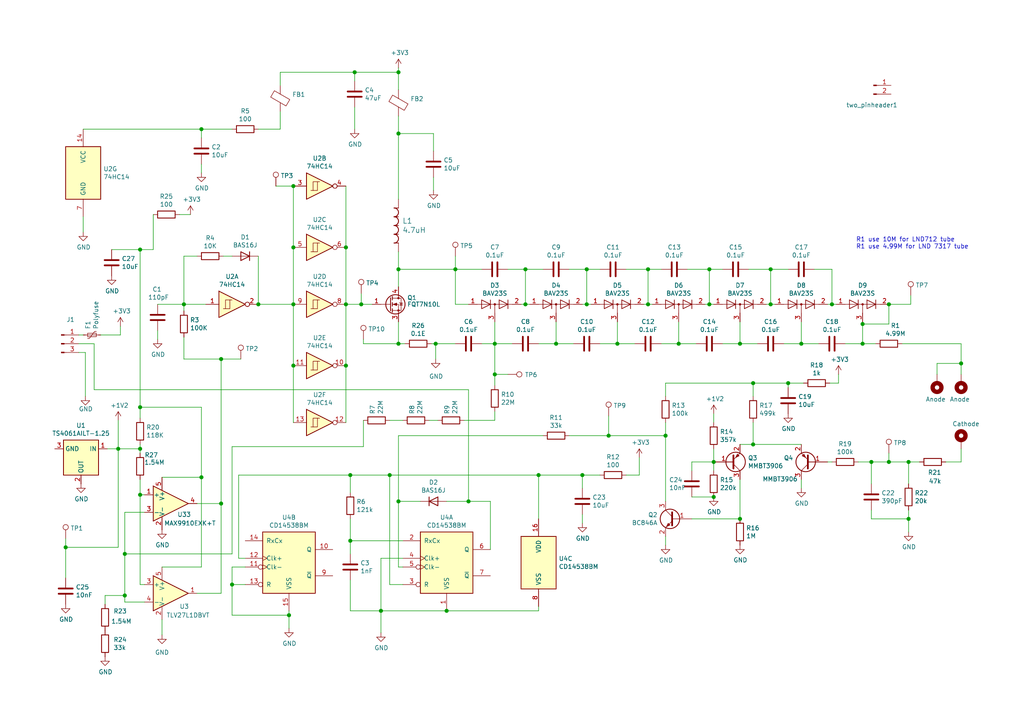
<source format=kicad_sch>
(kicad_sch (version 20210621) (generator eeschema)
  (paper "A4")
  (title_block (title "SafePulse High Voltage Geiger Muller Power Supply") (date "2021-05-19") (rev "1.2.2") (company "SafeCast Team") (comment 1 "Double Sided Version") (comment 2 "contact: Allan Lind allan@safecast.org and Rob Oudendijk rob@safecast.org"))
  (junction (at 19.05 158.75) (diameter 1.016))
  (junction (at 34.29 130.175) (diameter 1.016))
  (junction (at 36.195 160.655) (diameter 1.016))
  (junction (at 36.195 172.72) (diameter 1.016))
  (junction (at 40.64 72.39) (diameter 1.016))
  (junction (at 40.64 118.11) (diameter 1.016))
  (junction (at 40.64 130.175) (diameter 1.016))
  (junction (at 40.64 143.51) (diameter 1.016))
  (junction (at 53.34 88.265) (diameter 1.016))
  (junction (at 58.42 37.465) (diameter 1.016))
  (junction (at 58.42 138.43) (diameter 1.016))
  (junction (at 64.135 104.14) (diameter 1.016))
  (junction (at 64.135 146.05) (diameter 1.016))
  (junction (at 67.31 169.545) (diameter 1.016))
  (junction (at 74.93 88.265) (diameter 1.016))
  (junction (at 83.82 178.435) (diameter 1.016))
  (junction (at 85.09 53.975) (diameter 1.016))
  (junction (at 85.09 71.755) (diameter 1.016))
  (junction (at 85.09 88.265) (diameter 1.016))
  (junction (at 85.09 106.045) (diameter 1.016))
  (junction (at 100.33 71.755) (diameter 1.016))
  (junction (at 100.33 88.265) (diameter 1.016))
  (junction (at 100.33 106.045) (diameter 1.016))
  (junction (at 101.6 137.795) (diameter 1.016))
  (junction (at 101.6 156.845) (diameter 1.016))
  (junction (at 102.87 20.955) (diameter 1.016))
  (junction (at 104.775 88.265) (diameter 1.016))
  (junction (at 110.49 177.165) (diameter 1.016))
  (junction (at 113.03 137.795) (diameter 1.016))
  (junction (at 115.57 20.955) (diameter 1.016))
  (junction (at 115.57 38.735) (diameter 1.016))
  (junction (at 115.57 78.105) (diameter 1.016))
  (junction (at 115.57 99.695) (diameter 1.016))
  (junction (at 115.57 145.415) (diameter 1.016))
  (junction (at 126.365 99.695) (diameter 1.016))
  (junction (at 129.54 177.165) (diameter 1.016))
  (junction (at 132.08 78.105) (diameter 1.016))
  (junction (at 135.89 145.415) (diameter 1.016))
  (junction (at 143.51 99.695) (diameter 1.016))
  (junction (at 143.51 108.585) (diameter 1.016))
  (junction (at 152.4 78.105) (diameter 1.016))
  (junction (at 152.4 88.265) (diameter 1.016))
  (junction (at 156.21 137.795) (diameter 1.016))
  (junction (at 161.29 99.695) (diameter 1.016))
  (junction (at 168.91 137.795) (diameter 1.016))
  (junction (at 170.18 78.105) (diameter 1.016))
  (junction (at 170.18 88.265) (diameter 1.016))
  (junction (at 176.53 126.365) (diameter 1.016))
  (junction (at 179.07 99.695) (diameter 1.016))
  (junction (at 187.96 78.105) (diameter 1.016))
  (junction (at 187.96 88.265) (diameter 1.016))
  (junction (at 193.04 126.365) (diameter 1.016))
  (junction (at 196.85 99.695) (diameter 1.016))
  (junction (at 205.74 78.105) (diameter 1.016))
  (junction (at 205.74 88.265) (diameter 1.016))
  (junction (at 207.01 133.985) (diameter 1.016))
  (junction (at 207.01 144.145) (diameter 1.016))
  (junction (at 214.63 99.695) (diameter 1.016))
  (junction (at 214.63 150.495) (diameter 1.016))
  (junction (at 218.44 111.125) (diameter 1.016))
  (junction (at 218.44 128.905) (diameter 1.016))
  (junction (at 223.52 78.105) (diameter 1.016))
  (junction (at 223.52 88.265) (diameter 1.016))
  (junction (at 228.6 111.125) (diameter 1.016))
  (junction (at 232.41 99.695) (diameter 1.016))
  (junction (at 241.3 88.265) (diameter 1.016))
  (junction (at 250.19 93.98) (diameter 1.016))
  (junction (at 250.19 99.695) (diameter 1.016))
  (junction (at 252.73 133.985) (diameter 1.016))
  (junction (at 257.81 88.265) (diameter 1.016))
  (junction (at 257.81 133.985) (diameter 1.016))
  (junction (at 263.525 133.985) (diameter 1.016))
  (junction (at 263.525 150.495) (diameter 1.016))
  (junction (at 278.765 105.41) (diameter 1.016))
  (wire (pts (xy 19.05 156.21) (xy 19.05 158.75)))
  (wire (pts (xy 19.05 158.75) (xy 19.05 167.64)))
  (wire (pts (xy 19.05 158.75) (xy 34.29 158.75)))
  (wire (pts (xy 22.86 97.155) (xy 24.13 97.155)))
  (wire (pts (xy 22.86 99.695) (xy 27.305 99.695)))
  (wire (pts (xy 22.86 102.235) (xy 24.765 102.235)))
  (wire (pts (xy 24.13 37.465) (xy 58.42 37.465)))
  (wire (pts (xy 24.13 62.865) (xy 24.13 67.31)))
  (wire (pts (xy 24.765 102.235) (xy 24.765 114.935)))
  (wire (pts (xy 27.305 99.695) (xy 27.305 113.03)))
  (wire (pts (xy 27.305 113.03) (xy 135.89 113.03)))
  (wire (pts (xy 29.21 97.155) (xy 34.925 97.155)))
  (wire (pts (xy 30.48 172.72) (xy 30.48 175.26)))
  (wire (pts (xy 31.115 130.175) (xy 34.29 130.175)))
  (wire (pts (xy 32.385 72.39) (xy 40.64 72.39)))
  (wire (pts (xy 34.29 121.92) (xy 34.29 130.175)))
  (wire (pts (xy 34.29 130.175) (xy 40.64 130.175)))
  (wire (pts (xy 34.29 158.75) (xy 34.29 130.175)))
  (wire (pts (xy 34.925 97.155) (xy 34.925 94.615)))
  (wire (pts (xy 36.195 148.59) (xy 41.91 148.59)))
  (wire (pts (xy 36.195 160.655) (xy 36.195 148.59)))
  (wire (pts (xy 36.195 160.655) (xy 36.195 172.72)))
  (wire (pts (xy 36.195 172.72) (xy 30.48 172.72)))
  (wire (pts (xy 36.195 174.625) (xy 36.195 172.72)))
  (wire (pts (xy 40.64 72.39) (xy 40.64 118.11)))
  (wire (pts (xy 40.64 72.39) (xy 44.45 72.39)))
  (wire (pts (xy 40.64 118.11) (xy 40.64 121.285)))
  (wire (pts (xy 40.64 128.905) (xy 40.64 130.175)))
  (wire (pts (xy 40.64 130.175) (xy 40.64 131.445)))
  (wire (pts (xy 40.64 139.065) (xy 40.64 143.51)))
  (wire (pts (xy 40.64 143.51) (xy 40.64 169.545)))
  (wire (pts (xy 40.64 169.545) (xy 41.91 169.545)))
  (wire (pts (xy 41.91 143.51) (xy 40.64 143.51)))
  (wire (pts (xy 41.91 174.625) (xy 36.195 174.625)))
  (wire (pts (xy 44.45 72.39) (xy 44.45 62.23)))
  (wire (pts (xy 45.72 88.265) (xy 53.34 88.265)))
  (wire (pts (xy 45.72 95.885) (xy 45.72 98.425)))
  (wire (pts (xy 46.99 138.43) (xy 58.42 138.43)))
  (wire (pts (xy 46.99 164.465) (xy 58.42 164.465)))
  (wire (pts (xy 46.99 179.705) (xy 46.99 184.15)))
  (wire (pts (xy 52.07 62.23) (xy 55.245 62.23)))
  (wire (pts (xy 53.34 74.295) (xy 53.34 88.265)))
  (wire (pts (xy 53.34 74.295) (xy 57.15 74.295)))
  (wire (pts (xy 53.34 88.265) (xy 53.34 90.17)))
  (wire (pts (xy 53.34 88.265) (xy 59.69 88.265)))
  (wire (pts (xy 53.34 97.79) (xy 53.34 104.14)))
  (wire (pts (xy 53.34 104.14) (xy 64.135 104.14)))
  (wire (pts (xy 57.15 146.05) (xy 64.135 146.05)))
  (wire (pts (xy 58.42 40.005) (xy 58.42 37.465)))
  (wire (pts (xy 58.42 50.165) (xy 58.42 47.625)))
  (wire (pts (xy 58.42 118.11) (xy 40.64 118.11)))
  (wire (pts (xy 58.42 118.11) (xy 58.42 138.43)))
  (wire (pts (xy 58.42 164.465) (xy 58.42 138.43)))
  (wire (pts (xy 64.135 104.14) (xy 64.135 146.05)))
  (wire (pts (xy 64.135 104.14) (xy 69.85 104.14)))
  (wire (pts (xy 64.135 146.05) (xy 64.135 172.085)))
  (wire (pts (xy 64.135 172.085) (xy 57.15 172.085)))
  (wire (pts (xy 64.77 74.295) (xy 67.31 74.295)))
  (wire (pts (xy 67.31 37.465) (xy 58.42 37.465)))
  (wire (pts (xy 67.31 129.54) (xy 105.41 129.54)))
  (wire (pts (xy 67.31 160.655) (xy 36.195 160.655)))
  (wire (pts (xy 67.31 160.655) (xy 67.31 129.54)))
  (wire (pts (xy 67.31 164.465) (xy 67.31 169.545)))
  (wire (pts (xy 67.31 169.545) (xy 67.31 178.435)))
  (wire (pts (xy 67.31 178.435) (xy 83.82 178.435)))
  (wire (pts (xy 69.215 137.795) (xy 101.6 137.795)))
  (wire (pts (xy 69.215 161.925) (xy 69.215 137.795)))
  (wire (pts (xy 71.12 161.925) (xy 69.215 161.925)))
  (wire (pts (xy 71.12 164.465) (xy 67.31 164.465)))
  (wire (pts (xy 71.12 169.545) (xy 67.31 169.545)))
  (wire (pts (xy 74.93 37.465) (xy 81.28 37.465)))
  (wire (pts (xy 74.93 74.295) (xy 74.93 88.265)))
  (wire (pts (xy 74.93 88.265) (xy 85.09 88.265)))
  (wire (pts (xy 80.01 53.975) (xy 85.09 53.975)))
  (wire (pts (xy 81.28 20.955) (xy 102.87 20.955)))
  (wire (pts (xy 81.28 24.765) (xy 81.28 20.955)))
  (wire (pts (xy 81.28 37.465) (xy 81.28 32.385)))
  (wire (pts (xy 83.82 178.435) (xy 83.82 177.165)))
  (wire (pts (xy 83.82 182.245) (xy 83.82 178.435)))
  (wire (pts (xy 85.09 53.975) (xy 85.09 71.755)))
  (wire (pts (xy 85.09 71.755) (xy 85.09 88.265)))
  (wire (pts (xy 85.09 106.045) (xy 85.09 88.265)))
  (wire (pts (xy 85.09 106.045) (xy 85.09 122.555)))
  (wire (pts (xy 100.33 53.975) (xy 100.33 71.755)))
  (wire (pts (xy 100.33 71.755) (xy 100.33 88.265)))
  (wire (pts (xy 100.33 88.265) (xy 100.33 106.045)))
  (wire (pts (xy 100.33 88.265) (xy 104.775 88.265)))
  (wire (pts (xy 100.33 106.045) (xy 100.33 122.555)))
  (wire (pts (xy 101.6 142.875) (xy 101.6 137.795)))
  (wire (pts (xy 101.6 150.495) (xy 101.6 156.845)))
  (wire (pts (xy 101.6 156.845) (xy 101.6 160.655)))
  (wire (pts (xy 101.6 168.275) (xy 101.6 177.165)))
  (wire (pts (xy 101.6 177.165) (xy 110.49 177.165)))
  (wire (pts (xy 102.87 20.955) (xy 115.57 20.955)))
  (wire (pts (xy 102.87 23.495) (xy 102.87 20.955)))
  (wire (pts (xy 102.87 31.115) (xy 102.87 37.465)))
  (wire (pts (xy 104.775 85.09) (xy 104.775 88.265)))
  (wire (pts (xy 104.775 88.265) (xy 107.95 88.265)))
  (wire (pts (xy 105.41 98.425) (xy 105.41 99.695)))
  (wire (pts (xy 105.41 99.695) (xy 115.57 99.695)))
  (wire (pts (xy 105.41 121.92) (xy 105.41 129.54)))
  (wire (pts (xy 110.49 161.925) (xy 110.49 177.165)))
  (wire (pts (xy 110.49 177.165) (xy 110.49 183.515)))
  (wire (pts (xy 110.49 177.165) (xy 129.54 177.165)))
  (wire (pts (xy 113.03 121.92) (xy 116.84 121.92)))
  (wire (pts (xy 113.03 137.795) (xy 101.6 137.795)))
  (wire (pts (xy 113.03 137.795) (xy 156.21 137.795)))
  (wire (pts (xy 113.03 169.545) (xy 113.03 137.795)))
  (wire (pts (xy 115.57 20.955) (xy 115.57 19.685)))
  (wire (pts (xy 115.57 26.035) (xy 115.57 20.955)))
  (wire (pts (xy 115.57 33.655) (xy 115.57 38.735)))
  (wire (pts (xy 115.57 38.735) (xy 115.57 57.785)))
  (wire (pts (xy 115.57 73.025) (xy 115.57 78.105)))
  (wire (pts (xy 115.57 78.105) (xy 132.08 78.105)))
  (wire (pts (xy 115.57 83.185) (xy 115.57 78.105)))
  (wire (pts (xy 115.57 93.345) (xy 115.57 99.695)))
  (wire (pts (xy 115.57 126.365) (xy 157.48 126.365)))
  (wire (pts (xy 115.57 145.415) (xy 115.57 126.365)))
  (wire (pts (xy 115.57 145.415) (xy 121.92 145.415)))
  (wire (pts (xy 115.57 164.465) (xy 115.57 145.415)))
  (wire (pts (xy 116.84 156.845) (xy 101.6 156.845)))
  (wire (pts (xy 116.84 161.925) (xy 110.49 161.925)))
  (wire (pts (xy 116.84 164.465) (xy 115.57 164.465)))
  (wire (pts (xy 116.84 169.545) (xy 113.03 169.545)))
  (wire (pts (xy 117.475 99.695) (xy 115.57 99.695)))
  (wire (pts (xy 124.46 121.92) (xy 127 121.92)))
  (wire (pts (xy 125.095 99.695) (xy 126.365 99.695)))
  (wire (pts (xy 125.73 38.735) (xy 115.57 38.735)))
  (wire (pts (xy 125.73 43.815) (xy 125.73 38.735)))
  (wire (pts (xy 125.73 55.245) (xy 125.73 51.435)))
  (wire (pts (xy 126.365 99.695) (xy 132.08 99.695)))
  (wire (pts (xy 126.365 104.14) (xy 126.365 99.695)))
  (wire (pts (xy 129.54 145.415) (xy 135.89 145.415)))
  (wire (pts (xy 129.54 177.165) (xy 156.21 177.165)))
  (wire (pts (xy 132.08 74.295) (xy 132.08 78.105)))
  (wire (pts (xy 132.08 78.105) (xy 132.08 88.265)))
  (wire (pts (xy 135.89 88.265) (xy 132.08 88.265)))
  (wire (pts (xy 135.89 113.03) (xy 135.89 145.415)))
  (wire (pts (xy 135.89 145.415) (xy 142.24 145.415)))
  (wire (pts (xy 139.7 78.105) (xy 132.08 78.105)))
  (wire (pts (xy 139.7 99.695) (xy 143.51 99.695)))
  (wire (pts (xy 142.24 145.415) (xy 142.24 159.385)))
  (wire (pts (xy 143.51 93.345) (xy 143.51 99.695)))
  (wire (pts (xy 143.51 99.695) (xy 143.51 108.585)))
  (wire (pts (xy 143.51 99.695) (xy 148.59 99.695)))
  (wire (pts (xy 143.51 108.585) (xy 143.51 111.76)))
  (wire (pts (xy 143.51 108.585) (xy 147.32 108.585)))
  (wire (pts (xy 143.51 119.38) (xy 143.51 121.92)))
  (wire (pts (xy 143.51 121.92) (xy 134.62 121.92)))
  (wire (pts (xy 151.13 88.265) (xy 152.4 88.265)))
  (wire (pts (xy 152.4 78.105) (xy 147.32 78.105)))
  (wire (pts (xy 152.4 88.265) (xy 152.4 78.105)))
  (wire (pts (xy 152.4 88.265) (xy 153.67 88.265)))
  (wire (pts (xy 156.21 99.695) (xy 161.29 99.695)))
  (wire (pts (xy 156.21 137.795) (xy 168.91 137.795)))
  (wire (pts (xy 156.21 150.495) (xy 156.21 137.795)))
  (wire (pts (xy 156.21 177.165) (xy 156.21 175.895)))
  (wire (pts (xy 157.48 78.105) (xy 152.4 78.105)))
  (wire (pts (xy 161.29 93.345) (xy 161.29 99.695)))
  (wire (pts (xy 161.29 99.695) (xy 166.37 99.695)))
  (wire (pts (xy 165.1 78.105) (xy 170.18 78.105)))
  (wire (pts (xy 165.1 126.365) (xy 176.53 126.365)))
  (wire (pts (xy 168.91 88.265) (xy 170.18 88.265)))
  (wire (pts (xy 168.91 137.795) (xy 173.99 137.795)))
  (wire (pts (xy 168.91 141.605) (xy 168.91 137.795)))
  (wire (pts (xy 168.91 149.225) (xy 168.91 151.765)))
  (wire (pts (xy 170.18 78.105) (xy 173.99 78.105)))
  (wire (pts (xy 170.18 88.265) (xy 170.18 78.105)))
  (wire (pts (xy 170.18 88.265) (xy 171.45 88.265)))
  (wire (pts (xy 173.99 99.695) (xy 179.07 99.695)))
  (wire (pts (xy 176.53 120.65) (xy 176.53 126.365)))
  (wire (pts (xy 176.53 126.365) (xy 193.04 126.365)))
  (wire (pts (xy 179.07 93.345) (xy 179.07 99.695)))
  (wire (pts (xy 179.07 99.695) (xy 184.15 99.695)))
  (wire (pts (xy 181.61 78.105) (xy 187.96 78.105)))
  (wire (pts (xy 181.61 137.795) (xy 185.42 137.795)))
  (wire (pts (xy 185.42 137.795) (xy 185.42 132.715)))
  (wire (pts (xy 186.69 88.265) (xy 187.96 88.265)))
  (wire (pts (xy 187.96 78.105) (xy 191.77 78.105)))
  (wire (pts (xy 187.96 88.265) (xy 187.96 78.105)))
  (wire (pts (xy 187.96 88.265) (xy 189.23 88.265)))
  (wire (pts (xy 191.77 99.695) (xy 196.85 99.695)))
  (wire (pts (xy 193.04 111.125) (xy 193.04 114.935)))
  (wire (pts (xy 193.04 111.125) (xy 218.44 111.125)))
  (wire (pts (xy 193.04 122.555) (xy 193.04 126.365)))
  (wire (pts (xy 193.04 126.365) (xy 193.04 145.415)))
  (wire (pts (xy 193.04 158.115) (xy 193.04 155.575)))
  (wire (pts (xy 196.85 93.345) (xy 196.85 99.695)))
  (wire (pts (xy 196.85 99.695) (xy 201.93 99.695)))
  (wire (pts (xy 199.39 78.105) (xy 205.74 78.105)))
  (wire (pts (xy 200.66 133.985) (xy 207.01 133.985)))
  (wire (pts (xy 200.66 136.525) (xy 200.66 133.985)))
  (wire (pts (xy 200.66 144.145) (xy 207.01 144.145)))
  (wire (pts (xy 200.66 150.495) (xy 214.63 150.495)))
  (wire (pts (xy 204.47 88.265) (xy 205.74 88.265)))
  (wire (pts (xy 205.74 78.105) (xy 209.55 78.105)))
  (wire (pts (xy 205.74 88.265) (xy 205.74 78.105)))
  (wire (pts (xy 205.74 88.265) (xy 207.01 88.265)))
  (wire (pts (xy 207.01 120.015) (xy 207.01 122.555)))
  (wire (pts (xy 207.01 130.175) (xy 207.01 133.985)))
  (wire (pts (xy 207.01 133.985) (xy 207.01 136.525)))
  (wire (pts (xy 209.55 99.695) (xy 214.63 99.695)))
  (wire (pts (xy 214.63 93.345) (xy 214.63 99.695)))
  (wire (pts (xy 214.63 99.695) (xy 219.71 99.695)))
  (wire (pts (xy 214.63 128.905) (xy 218.44 128.905)))
  (wire (pts (xy 214.63 139.065) (xy 214.63 150.495)))
  (wire (pts (xy 217.17 78.105) (xy 223.52 78.105)))
  (wire (pts (xy 218.44 111.125) (xy 218.44 114.935)))
  (wire (pts (xy 218.44 111.125) (xy 228.6 111.125)))
  (wire (pts (xy 218.44 122.555) (xy 218.44 128.905)))
  (wire (pts (xy 218.44 128.905) (xy 232.41 128.905)))
  (wire (pts (xy 222.25 88.265) (xy 223.52 88.265)))
  (wire (pts (xy 223.52 78.105) (xy 228.6 78.105)))
  (wire (pts (xy 223.52 88.265) (xy 223.52 78.105)))
  (wire (pts (xy 223.52 88.265) (xy 224.79 88.265)))
  (wire (pts (xy 227.33 99.695) (xy 232.41 99.695)))
  (wire (pts (xy 228.6 111.125) (xy 228.6 112.395)))
  (wire (pts (xy 228.6 111.125) (xy 233.045 111.125)))
  (wire (pts (xy 232.41 93.345) (xy 232.41 99.695)))
  (wire (pts (xy 232.41 99.695) (xy 237.49 99.695)))
  (wire (pts (xy 232.41 141.605) (xy 232.41 139.065)))
  (wire (pts (xy 236.22 78.105) (xy 241.3 78.105)))
  (wire (pts (xy 240.03 88.265) (xy 241.3 88.265)))
  (wire (pts (xy 240.03 133.985) (xy 241.3 133.985)))
  (wire (pts (xy 240.665 111.125) (xy 243.205 111.125)))
  (wire (pts (xy 241.3 78.105) (xy 241.3 88.265)))
  (wire (pts (xy 241.3 88.265) (xy 242.57 88.265)))
  (wire (pts (xy 243.205 111.125) (xy 243.205 108.585)))
  (wire (pts (xy 245.11 99.695) (xy 250.19 99.695)))
  (wire (pts (xy 248.92 133.985) (xy 252.73 133.985)))
  (wire (pts (xy 250.19 93.345) (xy 250.19 93.98)))
  (wire (pts (xy 250.19 93.98) (xy 250.19 99.695)))
  (wire (pts (xy 250.19 93.98) (xy 257.81 93.98)))
  (wire (pts (xy 250.19 99.695) (xy 254 99.695)))
  (wire (pts (xy 252.73 133.985) (xy 252.73 140.335)))
  (wire (pts (xy 252.73 133.985) (xy 257.81 133.985)))
  (wire (pts (xy 252.73 147.955) (xy 252.73 150.495)))
  (wire (pts (xy 252.73 150.495) (xy 263.525 150.495)))
  (wire (pts (xy 257.81 88.265) (xy 264.16 88.265)))
  (wire (pts (xy 257.81 93.98) (xy 257.81 88.265)))
  (wire (pts (xy 257.81 131.445) (xy 257.81 133.985)))
  (wire (pts (xy 257.81 133.985) (xy 263.525 133.985)))
  (wire (pts (xy 261.62 99.695) (xy 278.765 99.695)))
  (wire (pts (xy 263.525 133.985) (xy 263.525 140.335)))
  (wire (pts (xy 263.525 133.985) (xy 266.7 133.985)))
  (wire (pts (xy 263.525 147.955) (xy 263.525 150.495)))
  (wire (pts (xy 263.525 150.495) (xy 263.525 154.305)))
  (wire (pts (xy 264.16 88.265) (xy 264.16 85.725)))
  (wire (pts (xy 271.78 105.41) (xy 278.765 105.41)))
  (wire (pts (xy 271.78 108.585) (xy 271.78 105.41)))
  (wire (pts (xy 274.32 133.985) (xy 278.765 133.985)))
  (wire (pts (xy 278.765 99.695) (xy 278.765 105.41)))
  (wire (pts (xy 278.765 105.41) (xy 278.765 108.585)))
  (wire (pts (xy 278.765 133.985) (xy 278.765 130.175)))
  (text "R1 use 10M for LND712 tube\nR1 use 4.99M for LND 7317 tube" (at 248.285 72.39 0) (effects (font (size 1.27 1.27)) (justify left bottom)))
  (symbol (lib_id "power:+1V2") (at 34.29 121.92 0) (unit 1)
    (property "Reference" "#PWR0103" (effects hide))
    (property "Value" "+1V2" (at 34.6583 117.5956 0))
  )
  (symbol (lib_id "power:+3.3V") (at 34.925 94.615 0) (unit 1)
    (property "Reference" "#PWR04" (effects hide))
    (property "Value" "+3.3V" (at 35.306 90.2208 0))
  )
  (symbol (lib_id "power:+3.3V") (at 55.245 62.23 0) (unit 1)
    (property "Reference" "#PWR0102" (effects hide))
    (property "Value" "+3.3V" (at 55.626 57.8358 0))
  )
  (symbol (lib_id "power:+3.3V") (at 115.57 19.685 0) (unit 1)
    (property "Reference" "#PWR013" (effects hide))
    (property "Value" "+3.3V" (at 115.951 15.2908 0))
  )
  (symbol (lib_id "power:+3.3V") (at 185.42 132.715 0) (unit 1)
    (property "Reference" "#PWR017" (effects hide))
    (property "Value" "+3.3V" (at 185.801 128.3208 0))
  )
  (symbol (lib_id "power:+1V2") (at 207.01 120.015 0) (unit 1)
    (property "Reference" "#PWR0104" (effects hide))
    (property "Value" "+1V2" (at 207.3783 115.6906 0))
  )
  (symbol (lib_id "power:+3V3") (at 243.205 108.585 0) (unit 1)
    (property "Reference" "#PWR024" (effects hide))
    (property "Value" "+3V3" (at 243.5733 104.2606 0))
  )
  (symbol (lib_id "Connector:TestPoint") (at 19.05 156.21 0) (unit 1) (in_bom no)
    (property "Reference" "TP1" (at 20.447 153.219 0) (effects (justify left)))
    (property "Value" "TestPoint" (effects hide))
    (property "Footprint" "TestPoint:TestPoint_Pad_1.0x1.0mm" (effects hide))
  )
  (symbol (lib_id "Connector:TestPoint") (at 69.85 104.14 0) (unit 1) (in_bom no)
    (property "Reference" "TP2" (at 71.247 101.149 0) (effects (justify left)))
    (property "Value" "TestPoint" (effects hide))
    (property "Footprint" "TestPoint:TestPoint_Pad_1.0x1.0mm" (effects hide))
  )
  (symbol (lib_id "Connector:TestPoint") (at 80.01 53.975 0) (unit 1) (in_bom no)
    (property "Reference" "TP3" (at 81.407 50.984 0) (effects (justify left)))
    (property "Value" "TestPoint" (effects hide))
    (property "Footprint" "TestPoint:TestPoint_Pad_1.0x1.0mm" (effects hide))
  )
  (symbol (lib_id "Connector:TestPoint") (at 104.775 85.09 0) (unit 1) (in_bom no)
    (property "Reference" "TP4" (at 106.172 82.099 0) (effects (justify left)))
    (property "Value" "TestPoint" (effects hide))
    (property "Footprint" "TestPoint:TestPoint_Pad_1.0x1.0mm" (effects hide))
  )
  (symbol (lib_id "Connector:TestPoint") (at 105.41 98.425 0) (unit 1) (in_bom no)
    (property "Reference" "TP10" (at 106.807 95.434 0) (effects (justify left)))
    (property "Value" "TestPoint" (effects hide))
    (property "Footprint" "TestPoint:TestPoint_Pad_1.0x1.0mm" (effects hide))
  )
  (symbol (lib_id "Connector:TestPoint") (at 132.08 74.295 0) (unit 1) (in_bom no)
    (property "Reference" "TP5" (at 133.477 71.304 0) (effects (justify left)))
    (property "Value" "TestPoint" (effects hide))
    (property "Footprint" "TestPoint:TestPoint_Pad_1.0x1.0mm" (effects hide))
  )
  (symbol (lib_id "Connector:TestPoint") (at 147.32 108.585 270) (unit 1) (in_bom no)
    (property "Reference" "TP6" (at 152.216 108.712 90) (effects (justify left)))
    (property "Value" "TestPoint" (effects hide))
    (property "Footprint" "TestPoint:TestPoint_Pad_1.0x1.0mm" (effects hide))
  )
  (symbol (lib_id "Connector:TestPoint") (at 176.53 120.65 0) (unit 1) (in_bom no)
    (property "Reference" "TP9" (at 177.927 117.659 0) (effects (justify left)))
    (property "Value" "TestPoint" (effects hide))
    (property "Footprint" "TestPoint:TestPoint_Pad_1.0x1.0mm" (effects hide))
  )
  (symbol (lib_id "Connector:TestPoint") (at 257.81 131.445 0) (unit 1) (in_bom no)
    (property "Reference" "TP8" (at 259.207 128.454 0) (effects (justify left)))
    (property "Value" "TestPoint" (effects hide))
    (property "Footprint" "TestPoint:TestPoint_Pad_1.0x1.0mm" (effects hide))
  )
  (symbol (lib_id "Connector:TestPoint") (at 264.16 85.725 0) (unit 1) (in_bom no)
    (property "Reference" "TP7" (at 265.557 82.734 0) (effects (justify left)))
    (property "Value" "TestPoint" (effects hide))
    (property "Footprint" "TestPoint:TestPoint_Pad_1.0x1.0mm" (effects hide))
  )
  (symbol (lib_id "power:GND") (at 19.05 175.26 0) (unit 1)
    (property "Reference" "#PWR0105" (effects hide))
    (property "Value" "GND" (at 19.177 179.6542 0))
  )
  (symbol (lib_id "power:GND") (at 23.495 140.335 0) (unit 1)
    (property "Reference" "#PWR01" (effects hide))
    (property "Value" "GND" (at 23.622 144.7292 0))
  )
  (symbol (lib_id "power:GND") (at 24.13 67.31 0) (unit 1)
    (property "Reference" "#PWR03" (effects hide))
    (property "Value" "GND" (at 24.257 71.7042 0))
  )
  (symbol (lib_id "power:GND") (at 24.765 114.935 0) (unit 1)
    (property "Reference" "#PWR05" (effects hide))
    (property "Value" "GND" (at 24.8793 118.6244 0))
  )
  (symbol (lib_id "power:GND") (at 30.48 190.5 0) (unit 1)
    (property "Reference" "#PWR02" (effects hide))
    (property "Value" "GND" (at 30.607 194.8942 0))
  )
  (symbol (lib_id "power:GND") (at 32.385 80.01 0) (unit 1)
    (property "Reference" "#PWR0101" (effects hide))
    (property "Value" "GND" (at 32.512 84.4042 0))
  )
  (symbol (lib_id "power:GND") (at 45.72 98.425 0) (unit 1)
    (property "Reference" "#PWR06" (effects hide))
    (property "Value" "GND" (at 45.847 102.8192 0))
  )
  (symbol (lib_id "power:GND") (at 46.99 153.67 0) (unit 1)
    (property "Reference" "#PWR0106" (effects hide))
    (property "Value" "GND" (at 47.117 158.0642 0))
  )
  (symbol (lib_id "power:GND") (at 46.99 184.15 0) (unit 1)
    (property "Reference" "#PWR0107" (effects hide))
    (property "Value" "GND" (at 46.99 189.23 0))
  )
  (symbol (lib_id "power:GND") (at 58.42 50.165 0) (unit 1)
    (property "Reference" "#PWR09" (effects hide))
    (property "Value" "GND" (at 58.547 54.5592 0))
  )
  (symbol (lib_id "power:GND") (at 83.82 182.245 0) (unit 1)
    (property "Reference" "#PWR010" (effects hide))
    (property "Value" "GND" (at 83.947 186.6392 0))
  )
  (symbol (lib_id "power:GND") (at 102.87 37.465 0) (unit 1)
    (property "Reference" "#PWR011" (effects hide))
    (property "Value" "GND" (at 102.997 41.8592 0))
  )
  (symbol (lib_id "power:GND") (at 110.49 183.515 0) (unit 1)
    (property "Reference" "#PWR012" (effects hide))
    (property "Value" "GND" (at 110.617 187.9092 0))
  )
  (symbol (lib_id "power:GND") (at 125.73 55.245 0) (unit 1)
    (property "Reference" "#PWR015" (effects hide))
    (property "Value" "GND" (at 125.857 59.6392 0))
  )
  (symbol (lib_id "power:GND") (at 126.365 104.14 0) (unit 1)
    (property "Reference" "#PWR014" (effects hide))
    (property "Value" "GND" (at 126.492 109.1692 0))
  )
  (symbol (lib_id "power:GND") (at 168.91 151.765 0) (unit 1)
    (property "Reference" "#PWR016" (effects hide))
    (property "Value" "GND" (at 169.037 156.1592 0))
  )
  (symbol (lib_id "power:GND") (at 193.04 158.115 0) (unit 1)
    (property "Reference" "#PWR018" (effects hide))
    (property "Value" "GND" (at 193.167 162.5092 0))
  )
  (symbol (lib_id "power:GND") (at 207.01 144.145 0) (unit 1)
    (property "Reference" "#PWR020" (effects hide))
    (property "Value" "GND" (at 207.1243 148.4694 0))
  )
  (symbol (lib_id "power:GND") (at 214.63 158.115 0) (unit 1)
    (property "Reference" "#PWR021" (effects hide))
    (property "Value" "GND" (at 214.7443 162.4394 0))
  )
  (symbol (lib_id "power:GND") (at 228.6 120.015 0) (unit 1)
    (property "Reference" "#PWR022" (effects hide))
    (property "Value" "GND" (at 228.7143 124.3394 0))
  )
  (symbol (lib_id "power:GND") (at 232.41 141.605 0) (unit 1)
    (property "Reference" "#PWR023" (effects hide))
    (property "Value" "GND" (at 232.537 145.9992 0))
  )
  (symbol (lib_id "power:GND") (at 263.525 154.305 0) (unit 1)
    (property "Reference" "#PWR025" (effects hide))
    (property "Value" "GND" (at 263.6393 158.6294 0))
  )
  (symbol (lib_id "Device:Polyfuse_Small") (at 26.67 97.155 90) (unit 1)
    (property "Reference" "F1" (at 25.521 95.504 0) (effects (justify left)))
    (property "Value" "Polyfuse" (at 27.8193 95.5039 0) (effects (justify left)))
    (property "Footprint" "Resistor_SMD:R_0805_2012Metric" (effects hide))
    (property "Datasheet" "https://www.digikey.com/en/products/detail/murata-electronics/PRG21BC0R6MM1RA/2595395?s=N4IgTCBcDaICwE4AMBaAHAVgIyqygcgCIgC6AvkA" (effects hide))
    (property "Digikey" "490-8510-1-ND" (effects hide))
    (property "LCSC Part #" "C20978" (effects hide))
  )
  (symbol (lib_id "Connector:Conn_01x02_Male") (at 253.365 24.765 0) (unit 1)
    (property "Reference" "two_pinheader1" (at 252.882 30.461 0))
    (property "Value" "Conn_01x03_Male" (effects hide))
    (property "Footprint" "Connector_PinHeader_2.54mm:PinHeader_1x02_P2.54mm_Vertical" (effects hide))
  )
  (symbol (lib_id "Device:R") (at 30.48 179.07 0) (unit 1)
    (property "Reference" "R23" (at 32.893 177.267 0) (effects (justify left)))
    (property "Value" "1.54M" (at 32.258 180.213 0) (effects (justify left)))
    (property "Footprint" "Resistor_SMD:R_0805_2012Metric" (effects hide))
    (property "Datasheet" "https://www.digikey.com/en/products/detail/yageo/RC0805FR-071M54L/727500" (effects hide))
    (property "Digikey" "311-1.54MCRCT-ND" (effects hide))
    (property "LCSC Part #" "C332788" (effects hide))
  )
  (symbol (lib_id "Device:R") (at 30.48 186.69 0) (unit 1)
    (property "Reference" "R24" (at 32.893 185.522 0) (effects (justify left)))
    (property "Value" "33k" (at 32.893 187.833 0) (effects (justify left)))
    (property "Footprint" "Resistor_SMD:R_0805_2012Metric" (effects hide))
    (property "Datasheet" "https://www.bourns.com/docs/product-datasheets/CRxxxxx.pdf" (effects hide))
    (property "Digikey" "CR0805-FX-2202ELFCT-ND" (effects hide))
    (property "LCSC Part #" "C352242" (effects hide))
  )
  (symbol (lib_id "Device:R") (at 40.64 125.095 0) (unit 1)
    (property "Reference" "R20" (at 42.418 123.927 0) (effects (justify left)))
    (property "Value" "118K" (at 42.418 126.238 0) (effects (justify left)))
    (property "Footprint" "Resistor_SMD:R_0805_2012Metric" (effects hide))
    (property "Datasheet" "https://www.digikey.com/en/products/detail/yageo/RC0805FR-07118KL/727566" (effects hide))
    (property "Digikey" "311-118KCRCT-ND" (effects hide))
    (property "LCSC Part #" "C228266" (effects hide))
  )
  (symbol (lib_id "Device:R") (at 40.64 135.255 180) (unit 1)
    (property "Reference" "R27" (at 45.847 131.978 0) (effects (justify left)))
    (property "Value" "1.54M" (at 47.752 134.112 0) (effects (justify left)))
    (property "Footprint" "Resistor_SMD:R_0805_2012Metric" (effects hide))
    (property "Datasheet" "https://www.digikey.com/en/products/detail/yageo/RC0805FR-071M54L/727500" (effects hide))
    (property "Digikey" "311-1.54MCRCT-ND" (effects hide))
    (property "LCSC Part #" "C332788" (effects hide))
  )
  (symbol (lib_id "Device:R") (at 48.26 62.23 270) (unit 1)
    (property "Reference" "R25" (at 48.26 56.972 90))
    (property "Value" "100" (at 48.26 59.2836 90))
    (property "Footprint" "Resistor_SMD:R_0805_2012Metric" (effects hide))
    (property "Datasheet" "https://www.digikey.com/en/products/detail/te-connectivity-passive-product/CRG0805F100R/2380830" (effects hide))
    (property "Digikey" "A106053CT-ND" (effects hide))
    (property "LCSC Part #" "C328380" (effects hide))
  )
  (symbol (lib_id "Device:R") (at 53.34 93.98 0) (unit 1)
    (property "Reference" "R3" (at 55.118 92.8116 0) (effects (justify left)))
    (property "Value" "100K" (at 55.118 95.123 0) (effects (justify left)))
    (property "Footprint" "Resistor_SMD:R_0805_2012Metric" (effects hide))
    (property "Datasheet" "https://www.digikey.com/en/products/detail/stackpole-electronics-inc/RMCF0805FT100K/1760712" (effects hide))
    (property "Digikey" "RMCF0805FT100KCT-ND" (effects hide))
    (property "LCSC Part #" "C96346" (effects hide))
  )
  (symbol (lib_id "Device:R") (at 60.96 74.295 90) (unit 1)
    (property "Reference" "R4" (at 60.96 69.0372 90))
    (property "Value" "10K" (at 60.96 71.349 90))
    (property "Footprint" "Resistor_SMD:R_0805_2012Metric" (effects hide))
    (property "Datasheet" "https://www.digikey.com/en/products/detail/stackpole-electronics-inc/RNCP0805FTD10K0/2240262" (effects hide))
    (property "Digikey" "RNCP0805FTD10K0CT-ND" (effects hide))
    (property "LCSC Part #" "C161788" (effects hide))
  )
  (symbol (lib_id "Device:R") (at 71.12 37.465 90) (unit 1)
    (property "Reference" "R5" (at 71.12 32.2072 90))
    (property "Value" "100" (at 71.12 34.519 90))
    (property "Footprint" "Resistor_SMD:R_0805_2012Metric" (effects hide))
    (property "Datasheet" "https://www.digikey.com/en/products/detail/te-connectivity-passive-product/CRG0805F100R/2380830" (effects hide))
    (property "LCSC Part #" "C328380" (effects hide))
  )
  (symbol (lib_id "Device:R") (at 101.6 146.685 0) (unit 1)
    (property "Reference" "R6" (at 103.378 145.5166 0) (effects (justify left)))
    (property "Value" "121k" (at 103.378 147.828 0) (effects (justify left)))
    (property "Footprint" "Resistor_SMD:R_0805_2012Metric" (effects hide))
    (property "Datasheet" "https://www.digikey.com/en/products/detail/koa-speer-electronics-inc/RK73H2ATTD1213F/10235721" (effects hide))
    (property "Digikey" "2019-RK73H2ATTD1213FCT-ND" (effects hide))
    (property "LCSC Part #" "C844393" (effects hide))
  )
  (symbol (lib_id "Device:R") (at 109.22 121.92 90) (unit 1)
    (property "Reference" "R7" (at 108.0516 120.142 0) (effects (justify left)))
    (property "Value" "22M" (at 110.363 120.142 0) (effects (justify left)))
    (property "Footprint" "Resistor_SMD:R_0805_2012Metric" (effects hide))
    (property "Datasheet" "https://www.digikey.com/en/products/detail/stackpole-electronics-inc/RMCF0805FT22M0/6053747" (effects hide))
    (property "Digikey" "RMCF0805FT22M0CT-ND" (effects hide))
    (property "LCSC Part #" "C34719" (effects hide))
  )
  (symbol (lib_id "Device:R") (at 120.65 121.92 90) (unit 1)
    (property "Reference" "R8" (at 119.4816 120.142 0) (effects (justify left)))
    (property "Value" "22M" (at 121.793 120.142 0) (effects (justify left)))
    (property "Footprint" "Resistor_SMD:R_0805_2012Metric" (effects hide))
    (property "Datasheet" "https://www.digikey.com/en/products/detail/stackpole-electronics-inc/RMCF0805FT22M0/6053747" (effects hide))
    (property "Digikey" "RMCF0805FT22M0CT-ND" (effects hide))
    (property "LCSC Part #" "C34719" (effects hide))
  )
  (symbol (lib_id "Device:R") (at 121.285 99.695 90) (unit 1)
    (property "Reference" "R26" (at 121.285 94.437 90))
    (property "Value" "0.1E" (at 121.285 96.749 90))
    (property "Footprint" "Resistor_SMD:R_0805_2012Metric" (effects hide))
    (property "Datasheet" "https://www.digikey.com/en/products/detail/susumu/KRL1220E-M-R100-F-T5/3737982" (effects hide))
    (property "Digikey" "408-1556-1-ND" (effects hide))
    (property "LCSC Part #" " C346794" (effects hide))
  )
  (symbol (lib_id "Device:R") (at 130.81 121.92 90) (unit 1)
    (property "Reference" "R9" (at 129.6416 120.142 0) (effects (justify left)))
    (property "Value" "22M" (at 131.953 120.142 0) (effects (justify left)))
    (property "Footprint" "Resistor_SMD:R_0805_2012Metric" (effects hide))
    (property "Datasheet" "https://www.digikey.com/en/products/detail/stackpole-electronics-inc/RMCF0805FT22M0/6053747" (effects hide))
    (property "Digikey" "RMCF0805FT22M0CT-ND" (effects hide))
    (property "LCSC Part #" "C34719" (effects hide))
  )
  (symbol (lib_id "Device:R") (at 143.51 115.57 0) (unit 1)
    (property "Reference" "R10" (at 145.288 114.4016 0) (effects (justify left)))
    (property "Value" "22M" (at 145.288 116.713 0) (effects (justify left)))
    (property "Footprint" "Resistor_SMD:R_0805_2012Metric" (effects hide))
    (property "Datasheet" "https://www.digikey.com/en/products/detail/stackpole-electronics-inc/RMCF0805FT22M0/6053747" (effects hide))
    (property "Digikey" "RMCF0805FT22M0CT-ND" (effects hide))
    (property "LCSC Part #" "C34719" (effects hide))
  )
  (symbol (lib_id "Device:R") (at 161.29 126.365 90) (unit 1)
    (property "Reference" "R11" (at 161.29 121.1072 90))
    (property "Value" "33k" (at 161.29 123.4186 90))
    (property "Footprint" "Resistor_SMD:R_0805_2012Metric" (effects hide))
    (property "Datasheet" "https://www.digikey.com/en/products/detail/te-connectivity-passive-product/CRGCQ0805F33K/8576369" (effects hide))
    (property "Digikey" "A129767CT-ND" (effects hide))
    (property "LCSC Part #" "C242487" (effects hide))
  )
  (symbol (lib_id "Device:R") (at 177.8 137.795 270) (unit 1)
    (property "Reference" "R12" (at 177.8 132.5372 90))
    (property "Value" "100" (at 177.8 134.8486 90))
    (property "Footprint" "Resistor_SMD:R_0805_2012Metric" (effects hide))
    (property "Datasheet" "https://www.digikey.com/en/products/detail/te-connectivity-passive-product/CRG0805F100R/2380830" (effects hide))
    (property "Digikey" "A106053CT-ND" (effects hide))
    (property "LCSC Part #" "C328380" (effects hide))
  )
  (symbol (lib_id "Device:R") (at 193.04 118.745 0) (unit 1)
    (property "Reference" "R13" (at 194.8181 117.5956 0) (effects (justify left)))
    (property "Value" "100k" (at 194.818 119.894 0) (effects (justify left)))
    (property "Footprint" "Resistor_SMD:R_0805_2012Metric" (effects hide))
    (property "Datasheet" "https://www.digikey.com/en/products/detail/stackpole-electronics-inc/RMCF0805FT100K/1760712" (effects hide))
    (property "Digikey" "RMCF0805FT100KCT-ND" (effects hide))
    (property "LCSC Part #" "C96346" (effects hide))
  )
  (symbol (lib_id "Device:R") (at 207.01 126.365 0) (unit 1)
    (property "Reference" "R14" (at 208.7881 125.2156 0) (effects (justify left)))
    (property "Value" "357k" (at 208.788 127.514 0) (effects (justify left)))
    (property "Footprint" "Resistor_SMD:R_0805_2012Metric" (effects hide))
    (property "Datasheet" "https://www.digikey.com/en/products/detail/koa-speer-electronics-inc/RK73H2ATTD3573F/10234401" (effects hide))
    (property "Digikey" "2019-RK73H2ATTD3573FCT-ND" (effects hide))
    (property "LCSC Part #" "C325883" (effects hide))
  )
  (symbol (lib_id "Device:R") (at 207.01 140.335 0) (unit 1)
    (property "Reference" "R15" (at 208.7881 139.1856 0) (effects (justify left)))
    (property "Value" "220k" (at 208.788 141.484 0) (effects (justify left)))
    (property "Footprint" "Resistor_SMD:R_0805_2012Metric" (effects hide))
    (property "Datasheet" "https://www.bourns.com/docs/product-datasheets/CRxxxxx.pdf" (effects hide))
    (property "Digikey" "CR0805-FX-2203ELFCT-ND" (effects hide))
    (property "LCSC Part #" "C104108" (effects hide))
  )
  (symbol (lib_id "Device:R") (at 214.63 154.305 0) (unit 1)
    (property "Reference" "R16" (at 216.4081 153.1556 0) (effects (justify left)))
    (property "Value" "1M" (at 216.408 155.454 0) (effects (justify left)))
    (property "Footprint" "Resistor_SMD:R_0805_2012Metric" (effects hide))
    (property "Datasheet" "https://www.digikey.com/en/products/detail/yageo/RT0805FRE071ML/1079056" (effects hide))
    (property "Digikey" "YAG3361CT-ND" (effects hide))
    (property "LCSC Part #" "C107700" (effects hide))
  )
  (symbol (lib_id "Device:R") (at 218.44 118.745 0) (unit 1)
    (property "Reference" "R17" (at 220.2181 117.5956 0) (effects (justify left)))
    (property "Value" "499k" (at 220.218 119.894 0) (effects (justify left)))
    (property "Footprint" "Resistor_SMD:R_0805_2012Metric" (effects hide))
    (property "Datasheet" "https://www.digikey.com/en/products/detail/stackpole-electronics-inc/RMCF0805FT499K/1760301" (effects hide))
    (property "Digikey" "RMCF0805FT499KCT-ND" (effects hide))
    (property "LCSC Part #" "C317482" (effects hide))
  )
  (symbol (lib_id "Device:R") (at 236.855 111.125 90) (unit 1)
    (property "Reference" "R18" (at 236.855 105.8988 90))
    (property "Value" "1k" (at 236.855 108.197 90))
    (property "Footprint" "Resistor_SMD:R_0805_2012Metric" (effects hide))
    (property "Datasheet" "https://www.digikey.com/en/products/detail/stackpole-electronics-inc/RNCP0805FTD1K00/2240229" (effects hide))
    (property "Digikey" "RNCP0805FTD1K00CT-ND" (effects hide))
    (property "LCSC Part #" "C95781" (effects hide))
  )
  (symbol (lib_id "Device:R") (at 245.11 133.985 90) (unit 1)
    (property "Reference" "R19" (at 245.11 128.7588 90))
    (property "Value" "100k" (at 245.11 131.058 90))
    (property "Footprint" "Resistor_SMD:R_0805_2012Metric" (effects hide))
    (property "Datasheet" "https://www.digikey.com/en/products/detail/stackpole-electronics-inc/RMCF0805FT100K/1760712" (effects hide))
    (property "Digikey" "RMCF0805FT100KCT-ND" (effects hide))
    (property "LCSC Part #" "C96346" (effects hide))
  )
  (symbol (lib_id "Device:R") (at 257.81 99.695 90) (unit 1)
    (property "Reference" "R1" (at 259.715 94.437 90))
    (property "Value" "4.99M" (at 259.715 96.749 90))
    (property "Footprint" "Resistor_SMD:R_1206_3216Metric" (effects hide))
    (property "Datasheet" "https://d1d2qsbl8m0m72.cloudfront.net/en/products/databook/datasheet/passive/resistor/chip_resistor/ktr-e.pdf" (effects hide))
    (property "Digikey" "RHM4.99MAICT-ND" (effects hide))
    (property "LCSC Part #" "C488845" (effects hide))
  )
  (symbol (lib_id "Device:R") (at 263.525 144.145 0) (unit 1)
    (property "Reference" "R22" (at 265.3031 142.9956 0) (effects (justify left)))
    (property "Value" "20k" (at 265.303 145.294 0) (effects (justify left)))
    (property "Footprint" "Resistor_SMD:R_0805_2012Metric" (effects hide))
    (property "Datasheet" "https://www.digikey.com/en/products/detail/stackpole-electronics-inc/RMCF0805FT20K0/1760314" (effects hide))
    (property "Digikey" "541-3021-1-ND" (effects hide))
    (property "LCSC Part #" "C163977" (effects hide))
  )
  (symbol (lib_id "Device:R") (at 270.51 133.985 270) (unit 1)
    (property "Reference" "R21" (at 269.1194 137.0331 90) (effects (justify left)))
    (property "Value" "47k" (at 269.361 139.573 90) (effects (justify left)))
    (property "Footprint" "Resistor_SMD:R_0805_2012Metric" (effects hide))
    (property "Datasheet" "https://www.digikey.com/en/products/detail/yageo/RC0805FR-0747KL/727973" (effects hide))
    (property "Digikey" " RHM47.0KAECT-ND" (effects hide))
    (property "LCSC Part #" "C328397" (effects hide))
  )
  (symbol (lib_id "Mechanical:MountingHole_Pad") (at 271.78 111.125 180) (unit 1)
    (property "Reference" "H4" (effects hide))
    (property "Value" "Anode" (at 274.32 115.818 0) (effects (justify left)))
    (property "Footprint" "TestPoint:TestPoint_Loop_D3.50mm_Drill1.4mm_Beaded" (effects hide))
  )
  (symbol (lib_id "Mechanical:MountingHole_Pad") (at 278.765 111.125 180) (unit 1)
    (property "Reference" "H2" (effects hide))
    (property "Value" "Anode" (at 281.305 115.818 0) (effects (justify left)))
    (property "Footprint" "TestPoint:TestPoint_Loop_D3.50mm_Drill1.4mm_Beaded" (effects hide))
  )
  (symbol (lib_id "Mechanical:MountingHole_Pad") (at 278.765 127.635 0) (unit 1)
    (property "Reference" "H1" (effects hide))
    (property "Value" "Cathode" (at 276.225 122.942 0) (effects (justify left)))
    (property "Footprint" "TestPoint:TestPoint_Loop_D2.60mm_Drill1.4mm_Beaded" (effects hide))
  )
  (symbol (lib_id "Diode:1N4148W") (at 71.12 74.295 180) (unit 1)
    (property "Reference" "D1" (at 71.12 68.7832 0))
    (property "Value" "BAS16J" (at 71.12 71.095 0))
    (property "Footprint" "Diode_SMD:D_SOD-323" (effects hide))
    (property "Datasheet" "https://www.digikey.com/en/products/detail/nexperia-usa-inc/BAS16J135/2405996" (effects hide))
    (property "Digikey" "1727-4797-1-ND" (effects hide))
    (property "LCSC Part #" "C282360" (effects hide))
  )
  (symbol (lib_id "Diode:1N4148W") (at 125.73 145.415 0) (unit 1)
    (property "Reference" "D2" (at 125.73 139.9032 0))
    (property "Value" "BAS16J" (at 125.73 142.215 0))
    (property "Footprint" "Diode_SMD:D_SOD-323" (effects hide))
    (property "Datasheet" "https://www.digikey.com/en/products/detail/nexperia-usa-inc/BAS16J135/2405996" (effects hide))
    (property "Digikey" "1727-4797-1-ND" (effects hide))
    (property "LCSC Part #" "C282360" (effects hide))
  )
  (symbol (lib_id "2021-01-06_02-33-04:NRS6020T2R2NMGJ") (at 115.57 73.025 90) (unit 1)
    (property "Reference" "L1" (at 116.6876 64.0588 90) (effects (font (size 1.524 1.524)) (justify right)))
    (property "Value" "4.7uH" (at 116.688 66.751 90) (effects (font (size 1.524 1.524)) (justify right)))
    (property "Footprint" "Inductor_SMD:L_Taiyo-Yuden_MD-4040" (effects hide))
    (property "Datasheet" "https://www.digikey.com/en/products/detail/taiyo-yuden/MDWK4040T4R7MM/5880041" (effects hide))
    (property "Digikey" "587-4451-1-ND" (effects hide))
    (property "LCSC Part #" "C2043159" (effects hide))
  )
  (symbol (lib_id "Connector:Conn_01x03_Male") (at 17.78 99.695 0) (unit 1)
    (property "Reference" "J1" (at 20.472 92.691 0))
    (property "Value" "Conn_01x03_Male" (effects hide))
    (property "Footprint" "Connector_PinHeader_2.54mm:PinHeader_1x03_P2.54mm_Vertical" (effects hide))
  )
  (symbol (lib_id "Device:C") (at 19.05 171.45 0) (unit 1)
    (property "Reference" "C25" (at 21.971 170.282 0) (effects (justify left)))
    (property "Value" "10nF" (at 21.971 172.593 0) (effects (justify left)))
    (property "Footprint" "Capacitor_SMD:C_0805_2012Metric" (effects hide))
    (property "Datasheet" "https://www.digikey.com/en/products/detail/samsung-electro-mechanics/CL21B103KBANNNC/3886673" (effects hide))
    (property "Digikey" "1276-1015-1-ND" (effects hide))
    (property "LCSC Part #" "C97905" (effects hide))
  )
  (symbol (lib_id "Device:C") (at 32.385 76.2 0) (unit 1)
    (property "Reference" "C27" (at 35.306 75.032 0) (effects (justify left)))
    (property "Value" "10uF" (at 35.306 77.343 0) (effects (justify left)))
    (property "Footprint" "Capacitor_SMD:C_0805_2012Metric" (effects hide))
    (property "Datasheet" "https://www.digikey.com/en/products/detail/samsung-electro-mechanics/CL21A106KOQNNNG/3894417" (effects hide))
    (property "Digikey" "1276-6455-1-ND" (effects hide))
    (property "LCSC Part #" "C1713" (effects hide))
  )
  (symbol (lib_id "Device:C") (at 45.72 92.075 0) (unit 1)
    (property "Reference" "C1" (at 44.196 83.9216 0) (effects (justify left)))
    (property "Value" "110pF" (at 42.926 86.233 0) (effects (justify left)))
    (property "Footprint" "Capacitor_SMD:C_0805_2012Metric" (effects hide))
    (property "Datasheet" "https://www.digikey.com/en/products/detail/w%C3%BCrth-elektronik/885012207111/9346002" (effects hide))
    (property "Digikey" "732-12190-1-ND" (effects hide))
    (property "LCSC Part #" "C520084" (effects hide))
  )
  (symbol (lib_id "Device:C") (at 58.42 43.815 0) (unit 1)
    (property "Reference" "C2" (at 61.341 42.6466 0) (effects (justify left)))
    (property "Value" "10uF" (at 61.341 44.958 0) (effects (justify left)))
    (property "Footprint" "Capacitor_SMD:C_0805_2012Metric" (effects hide))
    (property "Datasheet" "https://www.digikey.com/en/products/detail/samsung-electro-mechanics/CL21A106KOQNNNG/3894417" (effects hide))
    (property "Digikey" "1276-6455-1-ND" (effects hide))
    (property "LCSC Part #" "C1713" (effects hide))
  )
  (symbol (lib_id "Device:C") (at 101.6 164.465 0) (unit 1)
    (property "Reference" "C3" (at 104.521 163.2966 0) (effects (justify left)))
    (property "Value" "1nF" (at 104.521 165.608 0) (effects (justify left)))
    (property "Footprint" "Capacitor_SMD:C_0805_2012Metric" (effects hide))
    (property "Datasheet" "https://www.digikey.com/en/products/detail/avx-corporation/08055C102KAT2A/563481" (effects hide))
    (property "Digikey" "1276-2424-1-ND" (effects hide))
    (property "LCSC Part #" "C277515" (effects hide))
  )
  (symbol (lib_id "Device:C") (at 102.87 27.305 0) (unit 1)
    (property "Reference" "C4" (at 105.791 26.1366 0) (effects (justify left)))
    (property "Value" "47uF" (at 105.791 28.448 0) (effects (justify left)))
    (property "Footprint" "Capacitor_SMD:C_1210_3225Metric" (effects hide))
    (property "Datasheet" "https://www.digikey.com/en/products/detail/taiyo-yuden/EMK316BBJ476ML-T/7067010" (effects hide))
    (property "Digikey" "587-5425-1-ND" (effects hide))
    (property "LCSC Part #" "C525654" (effects hide))
  )
  (symbol (lib_id "Device:C") (at 125.73 47.625 0) (unit 1)
    (property "Reference" "C5" (at 128.651 46.4566 0) (effects (justify left)))
    (property "Value" "10uF" (at 128.651 48.768 0) (effects (justify left)))
    (property "Footprint" "Capacitor_SMD:C_0805_2012Metric" (effects hide))
    (property "Datasheet" "https://www.digikey.com/en/products/detail/samsung-electro-mechanics/CL21A106KOQNNNG/3894417" (effects hide))
    (property "Digikey" "1276-6455-1-ND" (effects hide))
    (property "LCSC Part #" "C1713" (effects hide))
  )
  (symbol (lib_id "Device:C") (at 135.89 99.695 90) (unit 1)
    (property "Reference" "C6" (at 135.89 93.294 90))
    (property "Value" "0.1uF" (at 135.89 95.6056 90))
    (property "Footprint" "Capacitor_SMD:C_0805_2012Metric" (effects hide))
    (property "Datasheet" "https://www.digikey.com/en/products/detail/tdk-corporation/C2012X7T2E104M125AE/2616394" (effects hide))
    (property "Digikey" "445-6808-1-ND" (effects hide))
    (property "LCSC Part #" "C710458" (effects hide))
  )
  (symbol (lib_id "Device:C") (at 143.51 78.105 90) (unit 1)
    (property "Reference" "C7" (at 143.51 71.7042 90))
    (property "Value" "0.1uF" (at 143.51 74.0156 90))
    (property "Footprint" "Capacitor_SMD:C_0805_2012Metric" (effects hide))
    (property "Datasheet" "https://www.digikey.com/en/products/detail/tdk-corporation/C2012X7T2E104M125AE/2616394" (effects hide))
    (property "Digikey" "445-6808-1-ND" (effects hide))
    (property "LCSC Part #" "C710458" (effects hide))
  )
  (symbol (lib_id "Device:C") (at 152.4 99.695 90) (unit 1)
    (property "Reference" "C8" (at 152.4 93.294 90))
    (property "Value" "0.1uF" (at 152.4 95.6056 90))
    (property "Footprint" "Capacitor_SMD:C_0805_2012Metric" (effects hide))
    (property "Datasheet" "https://www.digikey.com/en/products/detail/tdk-corporation/C2012X7T2E104M125AE/2616394" (effects hide))
    (property "Digikey" "445-6808-1-ND" (effects hide))
    (property "LCSC Part #" "C710458" (effects hide))
  )
  (symbol (lib_id "Device:C") (at 161.29 78.105 90) (unit 1)
    (property "Reference" "C9" (at 161.29 71.704 90))
    (property "Value" "0.1uF" (at 161.29 74.0156 90))
    (property "Footprint" "Capacitor_SMD:C_0805_2012Metric" (effects hide))
    (property "Datasheet" "https://www.digikey.com/en/products/detail/tdk-corporation/C2012X7T2E104M125AE/2616394" (effects hide))
    (property "Digikey" "445-6808-1-ND" (effects hide))
    (property "LCSC Part #" "C710458" (effects hide))
  )
  (symbol (lib_id "Device:C") (at 168.91 145.415 0) (unit 1)
    (property "Reference" "C23" (at 171.831 144.247 0) (effects (justify left)))
    (property "Value" "10uF" (at 171.831 146.558 0) (effects (justify left)))
    (property "Footprint" "Capacitor_SMD:C_0805_2012Metric" (effects hide))
    (property "Datasheet" "https://www.digikey.com/en/products/detail/samsung-electro-mechanics/CL21A106KOQNNNG/3894417" (effects hide))
    (property "Digikey" "1276-6455-1-ND" (effects hide))
    (property "LCSC Part #" "C1713" (effects hide))
  )
  (symbol (lib_id "Device:C") (at 170.18 99.695 90) (unit 1)
    (property "Reference" "C10" (at 170.18 93.294 90))
    (property "Value" "0.1uF" (at 170.18 95.6056 90))
    (property "Footprint" "Capacitor_SMD:C_0805_2012Metric" (effects hide))
    (property "Datasheet" "https://www.digikey.com/en/products/detail/tdk-corporation/C2012X7T2E104M125AE/2616394" (effects hide))
    (property "Digikey" "445-6808-1-ND" (effects hide))
    (property "LCSC Part #" "C710458" (effects hide))
  )
  (symbol (lib_id "Device:C") (at 177.8 78.105 90) (unit 1)
    (property "Reference" "C11" (at 177.8 71.704 90))
    (property "Value" "0.1uF" (at 177.8 74.0156 90))
    (property "Footprint" "Capacitor_SMD:C_0805_2012Metric" (effects hide))
    (property "Datasheet" "https://www.digikey.com/en/products/detail/tdk-corporation/C2012X7T2E104M125AE/2616394" (effects hide))
    (property "Digikey" "445-6808-1-ND" (effects hide))
    (property "LCSC Part #" "C710458" (effects hide))
  )
  (symbol (lib_id "Device:C") (at 187.96 99.695 90) (unit 1)
    (property "Reference" "C12" (at 187.96 93.294 90))
    (property "Value" "0.1uF" (at 187.96 95.6056 90))
    (property "Footprint" "Capacitor_SMD:C_0805_2012Metric" (effects hide))
    (property "Datasheet" "https://www.digikey.com/en/products/detail/tdk-corporation/C2012X7T2E104M125AE/2616394" (effects hide))
    (property "Digikey" "445-6808-1-ND" (effects hide))
    (property "LCSC Part #" "C710458" (effects hide))
  )
  (symbol (lib_id "Device:C") (at 195.58 78.105 90) (unit 1)
    (property "Reference" "C13" (at 195.58 71.704 90))
    (property "Value" "0.1uF" (at 195.58 74.0156 90))
    (property "Footprint" "Capacitor_SMD:C_0805_2012Metric" (effects hide))
    (property "Datasheet" "https://www.digikey.com/en/products/detail/tdk-corporation/C2012X7T2E104M125AE/2616394" (effects hide))
    (property "Digikey" "445-6808-1-ND" (effects hide))
    (property "LCSC Part #" "C710458" (effects hide))
  )
  (symbol (lib_id "Device:C") (at 200.66 140.335 0) (unit 1)
    (property "Reference" "C24" (at 194.0561 139.1856 0) (effects (justify left)))
    (property "Value" "10nF" (at 194.056 141.484 0) (effects (justify left)))
    (property "Footprint" "Capacitor_SMD:C_0805_2012Metric" (effects hide))
    (property "Datasheet" "https://www.digikey.com/en/products/detail/samsung-electro-mechanics/CL21B103KBANNNC/3886673" (effects hide))
    (property "Digikey" "1276-1015-1-ND" (effects hide))
    (property "LCSC Part #" "C97905" (effects hide))
  )
  (symbol (lib_id "Device:C") (at 205.74 99.695 90) (unit 1)
    (property "Reference" "C14" (at 205.74 93.294 90))
    (property "Value" "0.1uF" (at 205.74 95.6056 90))
    (property "Footprint" "Capacitor_SMD:C_0805_2012Metric" (effects hide))
    (property "Datasheet" "https://www.digikey.com/en/products/detail/tdk-corporation/C2012X7T2E104M125AE/2616394" (effects hide))
    (property "Digikey" "445-6808-1-ND" (effects hide))
    (property "LCSC Part #" "C710458" (effects hide))
  )
  (symbol (lib_id "Device:C") (at 213.36 78.105 90) (unit 1)
    (property "Reference" "C15" (at 213.36 71.704 90))
    (property "Value" "0.1uF" (at 213.36 74.0156 90))
    (property "Footprint" "Capacitor_SMD:C_0805_2012Metric" (effects hide))
    (property "Datasheet" "https://www.digikey.com/en/products/detail/tdk-corporation/C2012X7T2E104M125AE/2616394" (effects hide))
    (property "Digikey" "445-6808-1-ND" (effects hide))
    (property "LCSC Part #" "C710458" (effects hide))
  )
  (symbol (lib_id "Device:C") (at 223.52 99.695 90) (unit 1)
    (property "Reference" "C16" (at 223.52 93.294 90))
    (property "Value" "0.1uF" (at 223.52 95.6056 90))
    (property "Footprint" "Capacitor_SMD:C_0805_2012Metric" (effects hide))
    (property "Datasheet" "https://www.digikey.com/en/products/detail/tdk-corporation/C2012X7T2E104M125AE/2616394" (effects hide))
    (property "Digikey" "445-6808-1-ND" (effects hide))
    (property "LCSC Part #" "C710458" (effects hide))
  )
  (symbol (lib_id "Device:C") (at 228.6 116.205 0) (unit 1)
    (property "Reference" "C19" (at 231.5211 115.0556 0) (effects (justify left)))
    (property "Value" "10uF" (at 231.521 117.354 0) (effects (justify left)))
    (property "Footprint" "Capacitor_SMD:C_0805_2012Metric" (effects hide))
    (property "Datasheet" "https://www.digikey.com/en/products/detail/samsung-electro-mechanics/CL21A106KOQNNNG/3894417" (effects hide))
    (property "Digikey" "1276-6455-1-ND" (effects hide))
    (property "LCSC Part #" "C1713" (effects hide))
  )
  (symbol (lib_id "Device:C") (at 232.41 78.105 90) (unit 1)
    (property "Reference" "C17" (at 232.41 71.704 90))
    (property "Value" "0.1uF" (at 232.41 74.0156 90))
    (property "Footprint" "Capacitor_SMD:C_0805_2012Metric" (effects hide))
    (property "Datasheet" "https://www.digikey.com/en/products/detail/tdk-corporation/C2012X7T2E104M125AE/2616394" (effects hide))
    (property "Digikey" "445-6808-1-ND" (effects hide))
    (property "LCSC Part #" "C710458" (effects hide))
  )
  (symbol (lib_id "Device:C") (at 241.3 99.695 90) (unit 1)
    (property "Reference" "C18" (at 241.3 93.294 90))
    (property "Value" "0.1uF" (at 241.3 95.6056 90))
    (property "Footprint" "Capacitor_SMD:C_0805_2012Metric" (effects hide))
    (property "Datasheet" "https://www.digikey.com/en/products/detail/tdk-corporation/C2012X7T2E104M125AE/2616394" (effects hide))
    (property "Digikey" "445-6808-1-ND" (effects hide))
    (property "LCSC Part #" "C710458" (effects hide))
  )
  (symbol (lib_id "Device:C") (at 252.73 144.145 0) (unit 1)
    (property "Reference" "C22" (at 255.6511 142.9956 0) (effects (justify left)))
    (property "Value" "390pF" (at 255.651 145.294 0) (effects (justify left)))
    (property "Footprint" "Capacitor_SMD:C_0805_2012Metric" (effects hide))
    (property "Datasheet" "https://content.kemet.com/datasheets/KEM_C1003_C0G_SMD.pdf" (effects hide))
    (property "Digikey" "399-1132-1-ND" (effects hide))
    (property "LCSC Part #" "C1818" (effects hide))
  )
  (symbol (lib_id "Device:Ferrite_Bead") (at 81.28 28.575 0) (unit 1)
    (property "Reference" "FB1" (at 84.7598 27.4066 0) (effects (justify left)))
    (property "Value" "74279220321" (effects hide))
    (property "Footprint" "Resistor_SMD:R_0805_2012Metric" (effects hide))
    (property "Datasheet" "https://www.digikey.com/en/products/detail/w%C3%BCrth-elektronik/74279220321/5051034" (effects hide))
    (property "Digikey" "732-6125-1-ND" (effects hide))
    (property "LCSC Part #" "C515370" (effects hide))
  )
  (symbol (lib_id "Device:Ferrite_Bead") (at 115.57 29.845 0) (unit 1)
    (property "Reference" "FB2" (at 119.05 28.677 0) (effects (justify left)))
    (property "Value" "74279220321" (effects hide))
    (property "Footprint" "Resistor_SMD:R_0805_2012Metric" (effects hide))
    (property "Datasheet" "https://www.digikey.com/en/products/detail/w%C3%BCrth-elektronik/74279220321/5051034" (effects hide))
    (property "Digikey" "732-6125-1-ND" (effects hide))
    (property "LCSC Part #" "C515370" (effects hide))
  )
  (symbol (lib_id "Transistor_BJT:BC846") (at 195.58 150.495 0) (mirror y) (unit 1)
    (property "Reference" "Q2" (at 190.7286 149.3266 0) (effects (justify left)))
    (property "Value" "BC846A" (at 190.7286 151.638 0) (effects (justify left)))
    (property "Footprint" "Package_TO_SOT_SMD:SOT-23" (effects hide))
    (property "Datasheet" "https://www.digikey.com/en/products/detail/diodes-incorporated/BC846A-7-F/1934446" (effects hide))
    (property "Digikey" "BC846A-7FDICT-ND" (effects hide))
    (property "LCSC Part #" "C507907" (effects hide))
  )
  (symbol (lib_id "Transistor_BJT:MMBT3906") (at 212.09 133.985 0) (mirror x) (unit 1)
    (property "Reference" "Q3" (at 216.9415 132.8356 0) (effects (justify left)))
    (property "Value" "MMBT3906" (at 216.9415 135.1343 0) (effects (justify left)))
    (property "Footprint" "Package_TO_SOT_SMD:SOT-23" (effects hide))
    (property "Datasheet" "https://www.digikey.com/en/products/detail/on-semiconductor/MMBT3906LT1G/919605" (effects hide))
    (property "Digikey" "MMBT3906LT1GOSCT-ND" (effects hide))
    (property "LCSC Part #" "C53444" (effects hide))
  )
  (symbol (lib_id "Transistor_BJT:MMBT3906") (at 234.95 133.985 180) (unit 1)
    (property "Reference" "Q4" (at 230.0985 132.8356 0) (effects (justify left)))
    (property "Value" "MMBT3906" (at 231.3685 138.9443 0) (effects (justify left)))
    (property "Footprint" "Package_TO_SOT_SMD:SOT-23" (effects hide))
    (property "Datasheet" "https://www.digikey.com/en/products/detail/on-semiconductor/MMBT3906LT1G/919605" (effects hide))
    (property "Digikey" "MMBT3906LT1GOSCT-ND" (effects hide))
    (property "LCSC Part #" "C53444" (effects hide))
  )
  (symbol (lib_id "Diode:BAV99") (at 143.51 88.265 0) (unit 1)
    (property "Reference" "D3" (at 143.51 82.7786 0))
    (property "Value" "BAV23S" (at 143.51 85.09 0))
    (property "Footprint" "Package_TO_SOT_SMD:SOT-23" (effects hide))
    (property "Datasheet" "https://www.digikey.com/en/products/detail/on-semiconductor/BAV23S/965240" (effects hide))
    (property "Digikey" "BAV23SFSCT-ND" (effects hide))
    (property "LCSC Part #" "C151049" (effects hide))
  )
  (symbol (lib_id "Diode:BAV99") (at 161.29 88.265 0) (unit 1)
    (property "Reference" "D4" (at 161.29 82.7786 0))
    (property "Value" "BAV23S" (at 161.29 85.09 0))
    (property "Footprint" "Package_TO_SOT_SMD:SOT-23" (effects hide))
    (property "Datasheet" "https://www.digikey.com/en/products/detail/on-semiconductor/BAV23S/965240" (effects hide))
    (property "Digikey" "BAV23SFSCT-ND" (effects hide))
    (property "LCSC Part #" "C151049" (effects hide))
  )
  (symbol (lib_id "Diode:BAV99") (at 179.07 88.265 0) (unit 1)
    (property "Reference" "D5" (at 179.07 82.7786 0))
    (property "Value" "BAV23S" (at 179.07 85.09 0))
    (property "Footprint" "Package_TO_SOT_SMD:SOT-23" (effects hide))
    (property "Datasheet" "https://www.digikey.com/en/products/detail/on-semiconductor/BAV23S/965240" (effects hide))
    (property "Digikey" "BAV23SFSCT-ND" (effects hide))
    (property "LCSC Part #" "C151049" (effects hide))
  )
  (symbol (lib_id "Diode:BAV99") (at 196.85 88.265 0) (unit 1)
    (property "Reference" "D6" (at 196.85 82.7786 0))
    (property "Value" "BAV23S" (at 196.85 85.09 0))
    (property "Footprint" "Package_TO_SOT_SMD:SOT-23" (effects hide))
    (property "Datasheet" "https://www.digikey.com/en/products/detail/on-semiconductor/BAV23S/965240" (effects hide))
    (property "Digikey" "BAV23SFSCT-ND" (effects hide))
    (property "LCSC Part #" "C151049" (effects hide))
  )
  (symbol (lib_id "Diode:BAV99") (at 214.63 88.265 0) (unit 1)
    (property "Reference" "D7" (at 214.63 82.7786 0))
    (property "Value" "BAV23S" (at 214.63 85.09 0))
    (property "Footprint" "Package_TO_SOT_SMD:SOT-23" (effects hide))
    (property "Datasheet" "https://www.digikey.com/en/products/detail/on-semiconductor/BAV23S/965240" (effects hide))
    (property "Digikey" "BAV23SFSCT-ND" (effects hide))
    (property "LCSC Part #" "C151049" (effects hide))
  )
  (symbol (lib_id "Diode:BAV99") (at 232.41 88.265 0) (unit 1)
    (property "Reference" "D8" (at 232.41 82.7786 0))
    (property "Value" "BAV23S" (at 232.41 85.09 0))
    (property "Footprint" "Package_TO_SOT_SMD:SOT-23" (effects hide))
    (property "Datasheet" "https://www.digikey.com/en/products/detail/on-semiconductor/BAV23S/965240" (effects hide))
    (property "Digikey" "BAV23SFSCT-ND" (effects hide))
    (property "LCSC Part #" "C151049" (effects hide))
  )
  (symbol (lib_id "Diode:BAV99") (at 250.19 88.265 0) (unit 1)
    (property "Reference" "D9" (at 250.19 82.7786 0))
    (property "Value" "BAV23S" (at 250.19 85.09 0))
    (property "Footprint" "Package_TO_SOT_SMD:SOT-23" (effects hide))
    (property "Datasheet" "https://www.digikey.com/en/products/detail/on-semiconductor/BAV23S/965240" (effects hide))
    (property "Digikey" "BAV23SFSCT-ND" (effects hide))
    (property "LCSC Part #" "C151049" (effects hide))
  )
  (symbol (lib_id "Transistor_FET:IRF6655") (at 113.03 88.265 0) (unit 1)
    (property "Reference" "Q1" (at 118.11 86.36 0) (effects (justify left)))
    (property "Value" "FQT7N10L" (at 118.11 88.265 0) (effects (justify left)))
    (property "Footprint" "Package_TO_SOT_SMD:SOT-223-3_TabPin4" (effects hide))
    (property "Datasheet" "https://www.digikey.com/en/products/detail/on-semiconductor/FQT7N10LTF/965354" (effects hide))
    (property "Digikey" "FQT7N10LTFCT-ND" (effects hide))
    (property "LCSC Part #" "C154506" (effects hide))
  )
  (symbol (lib_id "74xx:74HC14") (at 67.31 88.265 0) (unit 1)
    (property "Reference" "U2" (at 67.31 80.2132 0))
    (property "Value" "74HC14" (at 67.31 82.5246 0))
    (property "Footprint" "Package_SO:SOIC-14_3.9x8.7mm_P1.27mm" (effects hide))
    (property "Datasheet" "https://www.digikey.com/en/products/detail/texas-instruments/CD74HC14M96/390309" (effects hide))
    (property "LCSC Part #" "C232776" (effects hide))
  )
  (symbol (lib_id "74xx:74HC14") (at 92.71 53.975 0) (unit 2)
    (property "Reference" "U2" (at 92.71 45.9232 0))
    (property "Value" "74HC14" (at 92.71 48.2346 0))
    (property "Footprint" "Package_SO:SOIC-14_3.9x8.7mm_P1.27mm" (effects hide))
    (property "Datasheet" "https://www.digikey.com/en/products/detail/texas-instruments/CD74HC14M96/390309" (effects hide))
    (property "Digikey" "296-9179-1-ND" (effects hide))
    (property "LCSC Part #" "C232776" (effects hide))
  )
  (symbol (lib_id "74xx:74HC14") (at 92.71 71.755 0) (unit 3)
    (property "Reference" "U2" (at 92.71 63.7032 0))
    (property "Value" "74HC14" (at 92.71 66.0146 0))
    (property "Footprint" "Package_SO:SOIC-14_3.9x8.7mm_P1.27mm" (effects hide))
    (property "Datasheet" "https://www.digikey.com/en/products/detail/texas-instruments/CD74HC14M96/390309" (effects hide))
    (property "Digikey" "296-9179-1-ND" (effects hide))
    (property "LCSC Part #" "C232776" (effects hide))
  )
  (symbol (lib_id "74xx:74HC14") (at 92.71 88.265 0) (unit 4)
    (property "Reference" "U2" (at 92.71 80.2132 0))
    (property "Value" "74HC14" (at 92.71 82.5246 0))
    (property "Footprint" "Package_SO:SOIC-14_3.9x8.7mm_P1.27mm" (effects hide))
    (property "Datasheet" "https://www.digikey.com/en/products/detail/texas-instruments/CD74HC14M96/390309" (effects hide))
    (property "Digikey" "296-9179-1-ND" (effects hide))
    (property "LCSC Part #" "C232776" (effects hide))
  )
  (symbol (lib_id "74xx:74HC14") (at 92.71 106.045 0) (unit 5)
    (property "Reference" "U2" (at 92.71 97.9932 0))
    (property "Value" "74HC14" (at 92.71 100.3046 0))
    (property "Footprint" "Package_SO:SOIC-14_3.9x8.7mm_P1.27mm" (effects hide))
    (property "Datasheet" "https://www.digikey.com/en/products/detail/texas-instruments/CD74HC14M96/390309" (effects hide))
    (property "Digikey" "296-9179-1-ND" (effects hide))
    (property "LCSC Part #" "C232776" (effects hide))
  )
  (symbol (lib_id "74xx:74HC14") (at 92.71 122.555 0) (unit 6)
    (property "Reference" "U2" (at 92.71 114.5032 0))
    (property "Value" "74HC14" (at 92.71 116.8146 0))
    (property "Footprint" "Package_SO:SOIC-14_3.9x8.7mm_P1.27mm" (effects hide))
    (property "Datasheet" "https://www.digikey.com/en/products/detail/texas-instruments/CD74HC14M96/390309" (effects hide))
    (property "Digikey" "296-9179-1-ND" (effects hide))
    (property "LCSC Part #" "C232776" (effects hide))
  )
  (symbol (lib_id "Reference_Voltage:MAX6035xxUR30") (at 23.495 132.715 270) (unit 1)
    (property "Reference" "U1" (at 23.495 123.3932 90))
    (property "Value" "TS4061AILT-1.25" (at 23.495 125.7046 90))
    (property "Footprint" "Package_TO_SOT_SMD:SOT-23" (effects hide))
    (property "Datasheet" "https://www.st.com/content/ccc/resource/technical/document/datasheet/99/0a/06/84/6d/21/40/45/DM00114435.pdf/files/DM00114435.pdf/jcr:content/translations/en.DM00114435.pdf" (effects hide))
    (property "Digikey" "497-15222-1-ND" (effects hide))
    (property "LCSC Part #" "C2157484" (effects hide))
  )
  (symbol (lib_id "Amplifier_Operational:MCP6L01Ux-xOT") (at 49.53 146.05 0) (unit 1)
    (property "Reference" "U33" (at 51.435 149.2249 0) (effects (justify left)))
    (property "Value" "MAX9910EXK+T" (at 47.625 151.7649 0) (effects (justify left)))
    (property "Footprint" "Package_TO_SOT_SMD:SOT-353_SC-70-5" (effects hide))
    (property "Datasheet" "https://datasheets.maximintegrated.com/en/ds/MAX9910-MAX9913.pdf" (effects hide))
    (property "Digikey" "MAX9910EXK+TCT-ND" (effects hide))
    (property "LCSC Part #" "C2057992" (effects hide))
  )
  (symbol (lib_id "Amplifier_Operational:TLV2371DBV") (at 49.53 172.085 0) (unit 1)
    (property "Reference" "U3" (at 52.07 175.8949 0) (effects (justify left)))
    (property "Value" "TLV27L1DBVT" (at 48.26 178.4349 0) (effects (justify left)))
    (property "Footprint" "Package_TO_SOT_SMD:SOT-23-5" (effects hide))
    (property "Datasheet" "https://www.ti.com/lit/ds/slos378b/slos378b.pdf" (effects hide))
    (property "Digikey" "296-26814-1-ND" (effects hide))
  )
  (symbol (lib_id "74xx:74HC14") (at 24.13 50.165 0) (unit 7)
    (property "Reference" "U2" (at 29.972 48.9966 0) (effects (justify left)))
    (property "Value" "74HC14" (at 29.972 51.308 0) (effects (justify left)))
    (property "Footprint" "Package_SO:SOIC-14_3.9x8.7mm_P1.27mm" (effects hide))
    (property "Datasheet" "https://www.digikey.com/en/products/detail/texas-instruments/CD74HC14M96/390309" (effects hide))
    (property "Digikey" "296-9179-1-ND" (effects hide))
    (property "LCSC Part #" "C232776" (effects hide))
  )
  (symbol (lib_id "4xxx:4538") (at 156.21 163.195 0) (unit 3)
    (property "Reference" "U4" (at 162.052 162.0266 0) (effects (justify left)))
    (property "Value" "CD14538BM" (at 162.052 164.338 0) (effects (justify left)))
    (property "Footprint" "Package_SO:SOIC-16_3.9x9.9mm_P1.27mm" (effects hide))
    (property "Datasheet" "https://www.digikey.com/en/products/detail/texas-instruments/CD14538BM/1690553" (effects hide))
    (property "Digikey" "296-32849-5-ND" (effects hide))
    (property "LCSC Part #" "C2652506" (effects hide))
  )
  (symbol (lib_id "4xxx:4538") (at 83.82 161.925 0) (unit 2)
    (property "Reference" "U4" (at 83.82 150.0632 0))
    (property "Value" "CD14538BM" (at 83.82 152.3746 0))
    (property "Footprint" "Package_SO:SOIC-16_3.9x9.9mm_P1.27mm" (effects hide))
    (property "Datasheet" "https://www.digikey.com/en/products/detail/texas-instruments/CD14538BM/1690553" (effects hide))
    (property "Digikey" "296-31477-1-ND" (effects hide))
    (property "LCSC Part #" "C2652506" (effects hide))
  )
  (symbol (lib_id "4xxx:4538") (at 129.54 161.925 0) (unit 1)
    (property "Reference" "U4" (at 129.54 150.0632 0))
    (property "Value" "CD14538BM" (at 129.54 152.3746 0))
    (property "Footprint" "Package_SO:SOIC-16_3.9x9.9mm_P1.27mm" (effects hide))
    (property "Datasheet" "https://www.digikey.com/en/products/detail/texas-instruments/CD14538BM/1690553" (effects hide))
    (property "Digikey" "296-32849-5-ND" (effects hide))
    (property "LCSC Part #" "C2652506" (effects hide))
  )
)
</source>
